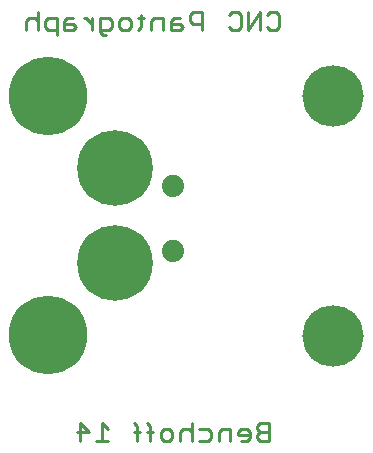
<source format=gbs>
G75*
G70*
%OFA0B0*%
%FSLAX24Y24*%
%IPPOS*%
%LPD*%
%AMOC8*
5,1,8,0,0,1.08239X$1,22.5*
%
%ADD10C,0.2049*%
%ADD11C,0.0110*%
%ADD12C,0.2620*%
%ADD13C,0.0740*%
%ADD14C,0.2520*%
D10*
X011728Y004685D03*
X011728Y012677D03*
D11*
X003270Y001796D02*
X003270Y001205D01*
X003172Y001500D02*
X003566Y001500D01*
X003270Y001796D01*
X003816Y001205D02*
X004210Y001205D01*
X004013Y001205D02*
X004013Y001796D01*
X004210Y001599D01*
X005088Y001500D02*
X005284Y001500D01*
X005186Y001697D02*
X005186Y001205D01*
X005517Y001500D02*
X005714Y001500D01*
X005616Y001697D02*
X005616Y001205D01*
X005965Y001303D02*
X005965Y001500D01*
X006063Y001599D01*
X006260Y001599D01*
X006359Y001500D01*
X006359Y001303D01*
X006260Y001205D01*
X006063Y001205D01*
X005965Y001303D01*
X005616Y001697D02*
X005517Y001796D01*
X005186Y001697D02*
X005088Y001796D01*
X006609Y001500D02*
X006609Y001205D01*
X006609Y001500D02*
X006708Y001599D01*
X006905Y001599D01*
X007003Y001500D01*
X007003Y001205D02*
X007003Y001796D01*
X007254Y001599D02*
X007549Y001599D01*
X007648Y001500D01*
X007648Y001303D01*
X007549Y001205D01*
X007254Y001205D01*
X007899Y001205D02*
X007899Y001500D01*
X007997Y001599D01*
X008292Y001599D01*
X008292Y001205D01*
X008543Y001402D02*
X008937Y001402D01*
X008937Y001500D02*
X008838Y001599D01*
X008642Y001599D01*
X008543Y001500D01*
X008543Y001402D01*
X008642Y001205D02*
X008838Y001205D01*
X008937Y001303D01*
X008937Y001500D01*
X009188Y001402D02*
X009188Y001303D01*
X009286Y001205D01*
X009581Y001205D01*
X009581Y001796D01*
X009286Y001796D01*
X009188Y001697D01*
X009188Y001599D01*
X009286Y001500D01*
X009581Y001500D01*
X009286Y001500D02*
X009188Y001402D01*
X004138Y014708D02*
X004040Y014708D01*
X003941Y014807D01*
X003941Y015299D01*
X004236Y015299D01*
X004335Y015200D01*
X004335Y015003D01*
X004236Y014905D01*
X003941Y014905D01*
X003690Y014905D02*
X003690Y015299D01*
X003494Y015299D02*
X003690Y015102D01*
X003494Y015299D02*
X003395Y015299D01*
X003153Y015003D02*
X003055Y015102D01*
X002760Y015102D01*
X002760Y015200D02*
X002760Y014905D01*
X003055Y014905D01*
X003153Y015003D01*
X003055Y015299D02*
X002858Y015299D01*
X002760Y015200D01*
X002509Y015299D02*
X002213Y015299D01*
X002115Y015200D01*
X002115Y015003D01*
X002213Y014905D01*
X002509Y014905D01*
X002509Y014708D02*
X002509Y015299D01*
X001864Y015200D02*
X001766Y015299D01*
X001569Y015299D01*
X001470Y015200D01*
X001470Y014905D01*
X001864Y014905D02*
X001864Y015496D01*
X004586Y015200D02*
X004586Y015003D01*
X004684Y014905D01*
X004881Y014905D01*
X004979Y015003D01*
X004979Y015200D01*
X004881Y015299D01*
X004684Y015299D01*
X004586Y015200D01*
X005212Y015299D02*
X005409Y015299D01*
X005311Y015397D02*
X005311Y015003D01*
X005212Y014905D01*
X005660Y014905D02*
X005660Y015200D01*
X005758Y015299D01*
X006054Y015299D01*
X006054Y014905D01*
X006305Y014905D02*
X006305Y015200D01*
X006403Y015299D01*
X006600Y015299D01*
X006600Y015102D02*
X006305Y015102D01*
X006305Y014905D02*
X006600Y014905D01*
X006698Y015003D01*
X006600Y015102D01*
X006949Y015200D02*
X006949Y015397D01*
X007048Y015496D01*
X007343Y015496D01*
X007343Y014905D01*
X007343Y015102D02*
X007048Y015102D01*
X006949Y015200D01*
X008238Y015003D02*
X008337Y014905D01*
X008533Y014905D01*
X008632Y015003D01*
X008632Y015397D01*
X008533Y015496D01*
X008337Y015496D01*
X008238Y015397D01*
X008883Y015496D02*
X008883Y014905D01*
X009276Y015496D01*
X009276Y014905D01*
X009527Y015003D02*
X009626Y014905D01*
X009823Y014905D01*
X009921Y015003D01*
X009921Y015397D01*
X009823Y015496D01*
X009626Y015496D01*
X009527Y015397D01*
D12*
X002218Y012687D03*
X002228Y004708D03*
D13*
X006374Y007519D03*
X006374Y009685D03*
D14*
X004444Y010275D03*
X004444Y007126D03*
M02*

</source>
